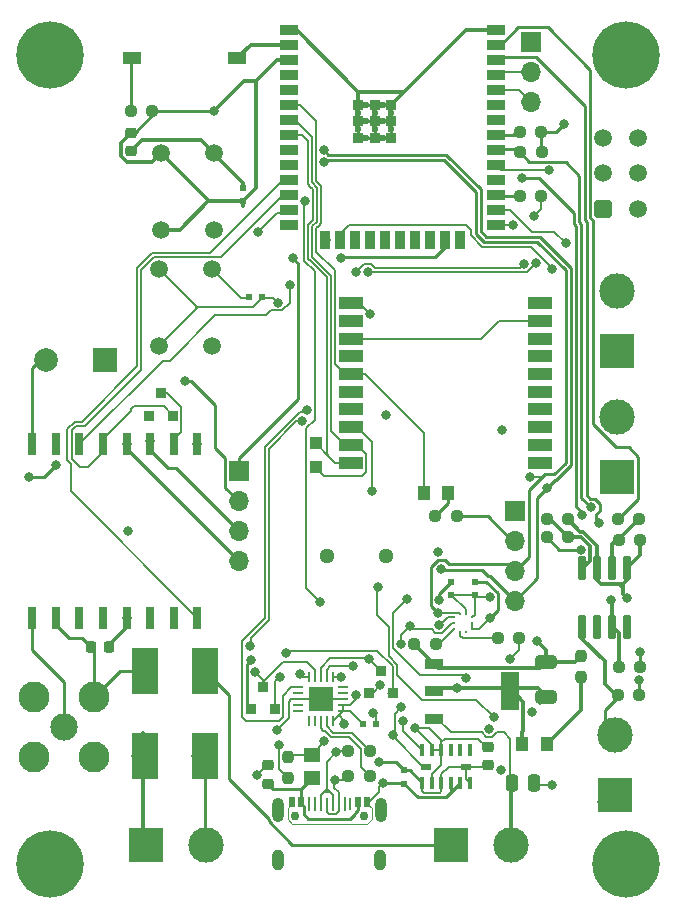
<source format=gbr>
%TF.GenerationSoftware,KiCad,Pcbnew,8.0.5*%
%TF.CreationDate,2025-03-30T22:56:12-04:00*%
%TF.ProjectId,TR3V4,54523356-342e-46b6-9963-61645f706362,rev?*%
%TF.SameCoordinates,Original*%
%TF.FileFunction,Copper,L1,Top*%
%TF.FilePolarity,Positive*%
%FSLAX46Y46*%
G04 Gerber Fmt 4.6, Leading zero omitted, Abs format (unit mm)*
G04 Created by KiCad (PCBNEW 8.0.5) date 2025-03-30 22:56:12*
%MOMM*%
%LPD*%
G01*
G04 APERTURE LIST*
G04 Aperture macros list*
%AMRoundRect*
0 Rectangle with rounded corners*
0 $1 Rounding radius*
0 $2 $3 $4 $5 $6 $7 $8 $9 X,Y pos of 4 corners*
0 Add a 4 corners polygon primitive as box body*
4,1,4,$2,$3,$4,$5,$6,$7,$8,$9,$2,$3,0*
0 Add four circle primitives for the rounded corners*
1,1,$1+$1,$2,$3*
1,1,$1+$1,$4,$5*
1,1,$1+$1,$6,$7*
1,1,$1+$1,$8,$9*
0 Add four rect primitives between the rounded corners*
20,1,$1+$1,$2,$3,$4,$5,0*
20,1,$1+$1,$4,$5,$6,$7,0*
20,1,$1+$1,$6,$7,$8,$9,0*
20,1,$1+$1,$8,$9,$2,$3,0*%
G04 Aperture macros list end*
%TA.AperFunction,ComponentPad*%
%ADD10R,3.000000X3.000000*%
%TD*%
%TA.AperFunction,ComponentPad*%
%ADD11C,3.000000*%
%TD*%
%TA.AperFunction,SMDPad,CuDef*%
%ADD12R,0.812800X0.889000*%
%TD*%
%TA.AperFunction,SMDPad,CuDef*%
%ADD13RoundRect,0.237500X-0.250000X-0.237500X0.250000X-0.237500X0.250000X0.237500X-0.250000X0.237500X0*%
%TD*%
%TA.AperFunction,SMDPad,CuDef*%
%ADD14RoundRect,0.237500X0.250000X0.237500X-0.250000X0.237500X-0.250000X-0.237500X0.250000X-0.237500X0*%
%TD*%
%TA.AperFunction,ComponentPad*%
%ADD15C,5.700000*%
%TD*%
%TA.AperFunction,ComponentPad*%
%ADD16C,1.280000*%
%TD*%
%TA.AperFunction,ComponentPad*%
%ADD17R,1.000000X1.000000*%
%TD*%
%TA.AperFunction,SMDPad,CuDef*%
%ADD18R,0.449200X1.117800*%
%TD*%
%TA.AperFunction,SMDPad,CuDef*%
%ADD19R,0.813000X0.500000*%
%TD*%
%TA.AperFunction,ComponentPad*%
%ADD20O,1.000000X1.800000*%
%TD*%
%TA.AperFunction,ComponentPad*%
%ADD21O,1.000000X2.100000*%
%TD*%
%TA.AperFunction,ComponentPad*%
%ADD22C,0.750000*%
%TD*%
%TA.AperFunction,SMDPad,CuDef*%
%ADD23R,0.542100X0.933100*%
%TD*%
%TA.AperFunction,SMDPad,CuDef*%
%ADD24R,0.584200X0.933100*%
%TD*%
%TA.AperFunction,SMDPad,CuDef*%
%ADD25R,0.252400X1.143000*%
%TD*%
%TA.AperFunction,SMDPad,CuDef*%
%ADD26R,0.252400X1.135700*%
%TD*%
%TA.AperFunction,SMDPad,CuDef*%
%ADD27R,0.252398X1.135700*%
%TD*%
%TA.AperFunction,SMDPad,CuDef*%
%ADD28R,0.252399X1.143000*%
%TD*%
%TA.AperFunction,SMDPad,CuDef*%
%ADD29R,0.252401X1.143000*%
%TD*%
%TA.AperFunction,SMDPad,CuDef*%
%ADD30R,1.549400X0.900800*%
%TD*%
%TA.AperFunction,SMDPad,CuDef*%
%ADD31R,1.549400X3.200400*%
%TD*%
%TA.AperFunction,ComponentPad*%
%ADD32RoundRect,0.250001X0.499999X-0.499999X0.499999X0.499999X-0.499999X0.499999X-0.499999X-0.499999X0*%
%TD*%
%TA.AperFunction,ComponentPad*%
%ADD33C,1.500000*%
%TD*%
%TA.AperFunction,ComponentPad*%
%ADD34R,1.700000X1.700000*%
%TD*%
%TA.AperFunction,ComponentPad*%
%ADD35O,1.700000X1.700000*%
%TD*%
%TA.AperFunction,SMDPad,CuDef*%
%ADD36RoundRect,0.250000X0.250000X0.475000X-0.250000X0.475000X-0.250000X-0.475000X0.250000X-0.475000X0*%
%TD*%
%TA.AperFunction,SMDPad,CuDef*%
%ADD37R,1.500000X0.900000*%
%TD*%
%TA.AperFunction,SMDPad,CuDef*%
%ADD38R,0.900000X1.500000*%
%TD*%
%TA.AperFunction,SMDPad,CuDef*%
%ADD39R,0.900000X0.900000*%
%TD*%
%TA.AperFunction,ComponentPad*%
%ADD40C,0.600000*%
%TD*%
%TA.AperFunction,SMDPad,CuDef*%
%ADD41RoundRect,0.250000X-0.650000X0.325000X-0.650000X-0.325000X0.650000X-0.325000X0.650000X0.325000X0*%
%TD*%
%TA.AperFunction,ComponentPad*%
%ADD42R,2.000000X2.000000*%
%TD*%
%TA.AperFunction,ComponentPad*%
%ADD43C,2.000000*%
%TD*%
%TA.AperFunction,SMDPad,CuDef*%
%ADD44R,0.812800X0.254000*%
%TD*%
%TA.AperFunction,SMDPad,CuDef*%
%ADD45R,0.254000X0.812800*%
%TD*%
%TA.AperFunction,SMDPad,CuDef*%
%ADD46R,2.057400X2.057400*%
%TD*%
%TA.AperFunction,SMDPad,CuDef*%
%ADD47R,0.500000X0.605600*%
%TD*%
%TA.AperFunction,SMDPad,CuDef*%
%ADD48RoundRect,0.237500X0.237500X-0.250000X0.237500X0.250000X-0.237500X0.250000X-0.237500X-0.250000X0*%
%TD*%
%TA.AperFunction,ComponentPad*%
%ADD49C,1.498600*%
%TD*%
%TA.AperFunction,SMDPad,CuDef*%
%ADD50R,1.104900X1.295400*%
%TD*%
%TA.AperFunction,SMDPad,CuDef*%
%ADD51R,0.605600X0.500000*%
%TD*%
%TA.AperFunction,SMDPad,CuDef*%
%ADD52R,2.260600X4.013200*%
%TD*%
%TA.AperFunction,SMDPad,CuDef*%
%ADD53R,0.254000X0.279400*%
%TD*%
%TA.AperFunction,SMDPad,CuDef*%
%ADD54R,0.254000X0.254000*%
%TD*%
%TA.AperFunction,SMDPad,CuDef*%
%ADD55RoundRect,0.225000X0.250000X-0.225000X0.250000X0.225000X-0.250000X0.225000X-0.250000X-0.225000X0*%
%TD*%
%TA.AperFunction,ComponentPad*%
%ADD56C,2.325000*%
%TD*%
%TA.AperFunction,ComponentPad*%
%ADD57C,2.625000*%
%TD*%
%TA.AperFunction,SMDPad,CuDef*%
%ADD58RoundRect,0.042000X-0.258000X0.943000X-0.258000X-0.943000X0.258000X-0.943000X0.258000X0.943000X0*%
%TD*%
%TA.AperFunction,SMDPad,CuDef*%
%ADD59R,2.006600X0.990600*%
%TD*%
%TA.AperFunction,SMDPad,CuDef*%
%ADD60R,1.500000X1.100000*%
%TD*%
%TA.AperFunction,SMDPad,CuDef*%
%ADD61R,1.470000X1.285000*%
%TD*%
%TA.AperFunction,SMDPad,CuDef*%
%ADD62RoundRect,0.225000X-0.250000X0.225000X-0.250000X-0.225000X0.250000X-0.225000X0.250000X0.225000X0*%
%TD*%
%TA.AperFunction,SMDPad,CuDef*%
%ADD63RoundRect,0.225000X-0.225000X-0.250000X0.225000X-0.250000X0.225000X0.250000X-0.225000X0.250000X0*%
%TD*%
%TA.AperFunction,SMDPad,CuDef*%
%ADD64R,0.762000X1.905000*%
%TD*%
%TA.AperFunction,ViaPad*%
%ADD65C,0.800000*%
%TD*%
%TA.AperFunction,Conductor*%
%ADD66C,0.250000*%
%TD*%
%TA.AperFunction,Conductor*%
%ADD67C,0.300387*%
%TD*%
%TA.AperFunction,Conductor*%
%ADD68C,0.150000*%
%TD*%
%TA.AperFunction,Conductor*%
%ADD69C,0.100000*%
%TD*%
G04 APERTURE END LIST*
D10*
%TO.P,J5,1,Pin_1*%
%TO.N,N/C*%
X191008000Y-77216000D03*
D11*
%TO.P,J5,2,Pin_2*%
%TO.N,cam*%
X191008000Y-72136000D03*
%TD*%
D12*
%TO.P,Q7,1,C*%
%TO.N,/SPI_MISO*%
X151375001Y-82661999D03*
%TO.P,Q7,2,B*%
%TO.N,/LORA_CS*%
X153424999Y-82661999D03*
%TO.P,Q7,3,E*%
%TO.N,Net-(Q7-E)*%
X152400000Y-80772000D03*
%TD*%
D13*
%TO.P,R16,1*%
%TO.N,/cont drouge*%
X182798418Y-58622000D03*
%TO.P,R16,2*%
%TO.N,Earth*%
X184623418Y-58622000D03*
%TD*%
D14*
%TO.P,R31,1*%
%TO.N,Net-(U12-SDO)*%
X175662500Y-102000000D03*
%TO.P,R31,2*%
%TO.N,Earth*%
X173837500Y-102000000D03*
%TD*%
D13*
%TO.P,R7,1*%
%TO.N,/DP*%
X168276298Y-113163800D03*
%TO.P,R7,2*%
%TO.N,Net-(U6-USBDP)*%
X170101298Y-113163800D03*
%TD*%
D15*
%TO.P,,1*%
%TO.N,N/C*%
X143000000Y-52130000D03*
%TD*%
D16*
%TO.P,LS1,1*%
%TO.N,Net-(Q1-C)*%
X166450000Y-94500000D03*
%TO.P,LS1,2*%
%TO.N,+7.5V*%
X171450000Y-94500000D03*
%TD*%
D17*
%TO.P,TX2,1,1*%
%TO.N,/gps_tx*%
X165500000Y-87000000D03*
%TD*%
D18*
%TO.P,U4,1,VDD_I/O*%
%TO.N,+3.3V*%
X174549999Y-113741802D03*
%TO.P,U4,2,GND*%
%TO.N,Earth*%
X175350000Y-113741802D03*
%TO.P,U4,3,RESERVED*%
%TO.N,+3.3V*%
X176150001Y-113741802D03*
%TO.P,U4,4,GND*%
%TO.N,Earth*%
X176949999Y-113741802D03*
%TO.P,U4,5,GND*%
X177750000Y-113741802D03*
%TO.P,U4,6,VS*%
%TO.N,+3.3V*%
X178549999Y-113741802D03*
D19*
%TO.P,U4,7,\u002ACS*%
X178268498Y-112370901D03*
D18*
%TO.P,U4,8,INT1*%
%TO.N,unconnected-(U4-INT1-Pad8)*%
X178550001Y-111000000D03*
%TO.P,U4,9,INT2*%
%TO.N,unconnected-(U4-INT2-Pad9)*%
X177750000Y-111000000D03*
%TO.P,U4,10,NC*%
%TO.N,unconnected-(U4-NC-Pad10)*%
X176949999Y-111000000D03*
%TO.P,U4,11,RESERVED*%
%TO.N,Earth*%
X176150001Y-111000000D03*
%TO.P,U4,12,SDO/ALT_ADDRESS*%
X175350000Y-111000000D03*
%TO.P,U4,13,SDA/SDI/SDIO*%
%TO.N,/I2C_SDA*%
X174550001Y-111000000D03*
D19*
%TO.P,U4,14,SCL/SCLK*%
%TO.N,/I2C_SCL*%
X174831502Y-112370901D03*
%TD*%
D20*
%TO.P,J2,13*%
%TO.N,N/C*%
X162359996Y-120250000D03*
%TO.P,J2,14*%
X171000000Y-120250000D03*
D21*
%TO.P,J2,15*%
X162347347Y-116070000D03*
%TO.P,J2,16*%
X171037649Y-116073350D03*
D22*
%TO.P,J2,17*%
X163789998Y-116561600D03*
%TO.P,J2,18*%
X169569998Y-116561600D03*
D23*
%TO.P,J2,A1-B12,GND*%
%TO.N,Earth*%
X163501048Y-115390050D03*
D24*
%TO.P,J2,A4-B9,VBUS*%
%TO.N,/VBUS*%
X164279997Y-115390050D03*
D25*
%TO.P,J2,A5,CC1*%
%TO.N,unconnected-(J2-CC1-PadA5)*%
X165456198Y-115495000D03*
D26*
%TO.P,J2,A6,DP1*%
%TO.N,/DP*%
X166456198Y-115498650D03*
D25*
%TO.P,J2,A7,DN1*%
%TO.N,/DN*%
X166956198Y-115495000D03*
%TO.P,J2,A8,SBU1*%
%TO.N,unconnected-(J2-SBU1-PadA8)*%
X167956198Y-115495000D03*
D23*
%TO.P,J2,B1-A12,GND*%
%TO.N,Earth*%
X169901048Y-115390050D03*
%TO.P,J2,B4-A9,VBUS*%
%TO.N,/VBUS*%
X169101048Y-115390050D03*
D27*
%TO.P,J2,B5,CC2*%
%TO.N,unconnected-(J2-CC2-PadB5)*%
X168456197Y-115498650D03*
D25*
%TO.P,J2,B6,DP2*%
%TO.N,/DP*%
X167456198Y-115495000D03*
D28*
%TO.P,J2,B7,DN2*%
%TO.N,/DN*%
X165956198Y-115495000D03*
D29*
%TO.P,J2,B8,SBU2*%
%TO.N,unconnected-(J2-SBU2-PadB8)*%
X164956199Y-115495000D03*
%TD*%
D30*
%TO.P,U3,1,GND*%
%TO.N,Earth*%
X175538983Y-103700000D03*
%TO.P,U3,2,VOUT*%
%TO.N,+3.3V*%
X175538983Y-106000000D03*
%TO.P,U3,3,VIN*%
%TO.N,+7.5V*%
X175538983Y-108300000D03*
D31*
%TO.P,U3,4,VOUT*%
%TO.N,+3.3V*%
X181990583Y-106000000D03*
%TD*%
D32*
%TO.P,J6,1,Pin_1*%
%TO.N,/SPICLK*%
X189810000Y-65134000D03*
D33*
%TO.P,J6,2,Pin_2*%
%TO.N,/cs_sd*%
X189810000Y-62134000D03*
%TO.P,J6,3,Pin_3*%
%TO.N,/SPI_MISO*%
X189810000Y-59134000D03*
%TO.P,J6,4,Pin_4*%
%TO.N,/SPI_MOSI*%
X192810000Y-65134000D03*
%TO.P,J6,5,Pin_5*%
%TO.N,Earth*%
X192810000Y-62134000D03*
%TO.P,J6,6,Pin_6*%
%TO.N,+3.3V*%
X192810000Y-59134000D03*
%TD*%
D13*
%TO.P,R12,1*%
%TO.N,/Main*%
X191077489Y-91440000D03*
%TO.P,R12,2*%
%TO.N,Net-(Q2-Pad2)*%
X192902489Y-91440000D03*
%TD*%
D15*
%TO.P,,1*%
%TO.N,N/C*%
X191800000Y-120650000D03*
%TD*%
D34*
%TO.P,J3,1,Pin_1*%
%TO.N,Earth*%
X183750000Y-51042000D03*
D35*
%TO.P,J3,2,Pin_2*%
%TO.N,/UART_TX*%
X183750000Y-53582000D03*
%TO.P,J3,3,Pin_3*%
%TO.N,/UART_RX*%
X183750000Y-56122000D03*
%TD*%
D36*
%TO.P,C2,1*%
%TO.N,Earth*%
X184000000Y-113750000D03*
%TO.P,C2,2*%
%TO.N,+7.5V*%
X182100000Y-113750000D03*
%TD*%
D17*
%TO.P,RX2,1,1*%
%TO.N,/gps_rx*%
X165500000Y-85000000D03*
%TD*%
D10*
%TO.P,SW1,1,A*%
%TO.N,Net-(SW1-A)*%
X176990583Y-118970001D03*
D11*
%TO.P,SW1,2,B*%
%TO.N,+7.5V*%
X182070583Y-118970001D03*
%TD*%
D37*
%TO.P,U11,1,GND*%
%TO.N,Earth*%
X163262000Y-50002000D03*
%TO.P,U11,2,3V3*%
%TO.N,+3.3V*%
X163262000Y-51272000D03*
%TO.P,U11,3,EN*%
%TO.N,/reset*%
X163262000Y-52542000D03*
%TO.P,U11,4,SENSOR_VP*%
%TO.N,unconnected-(U11-SENSOR_VP-Pad4)*%
X163262000Y-53812000D03*
%TO.P,U11,5,SENSOR_VN*%
%TO.N,unconnected-(U11-SENSOR_VN-Pad5)*%
X163262000Y-55082000D03*
%TO.P,U11,6,IO34*%
%TO.N,/fix*%
X163262000Y-56352000D03*
%TO.P,U11,7,IO35*%
%TO.N,/gps_tx*%
X163262000Y-57622000D03*
%TO.P,U11,8,IO32*%
%TO.N,/gps_rx*%
X163262000Y-58892000D03*
%TO.P,U11,9,IO33*%
%TO.N,/I2C_SDA*%
X163262000Y-60162000D03*
%TO.P,U11,10,IO25*%
%TO.N,/I2C_SCL*%
X163262000Y-61432000D03*
%TO.P,U11,11,IO26*%
%TO.N,/LORA_Data02*%
X163262000Y-62702000D03*
%TO.P,U11,12,IO27*%
%TO.N,/LORA_CS*%
X163262000Y-63972000D03*
%TO.P,U11,13,IO14*%
%TO.N,/SPICLK*%
X163262000Y-65242000D03*
%TO.P,U11,14,IO12*%
%TO.N,/SPI_MISO*%
X163262000Y-66512000D03*
D38*
%TO.P,U11,15,GND*%
%TO.N,Earth*%
X166297000Y-67762000D03*
%TO.P,U11,16,IO13*%
%TO.N,/SPI_MOSI*%
X167567000Y-67762000D03*
%TO.P,U11,17,NC*%
%TO.N,unconnected-(U11-NC-Pad17)*%
X168837000Y-67762000D03*
%TO.P,U11,18,NC*%
%TO.N,unconnected-(U11-NC-Pad18)*%
X170107000Y-67762000D03*
%TO.P,U11,19,NC*%
%TO.N,unconnected-(U11-NC-Pad19)*%
X171377000Y-67762000D03*
%TO.P,U11,20,NC*%
%TO.N,unconnected-(U11-NC-Pad20)*%
X172647000Y-67762000D03*
%TO.P,U11,21,NC*%
%TO.N,unconnected-(U11-NC-Pad21)*%
X173917000Y-67762000D03*
%TO.P,U11,22,NC*%
%TO.N,unconnected-(U11-NC-Pad22)*%
X175187000Y-67762000D03*
%TO.P,U11,23,IO15*%
%TO.N,/TDO*%
X176457000Y-67762000D03*
%TO.P,U11,24,IO2*%
%TO.N,/LORA_Reset*%
X177727000Y-67762000D03*
D37*
%TO.P,U11,25,IO0*%
%TO.N,/flash*%
X180762000Y-66512000D03*
%TO.P,U11,26,IO4*%
%TO.N,cam*%
X180762000Y-65242000D03*
%TO.P,U11,27,IO16*%
%TO.N,Net-(U11-IO16)*%
X180762000Y-63972000D03*
%TO.P,U11,28,IO17*%
%TO.N,Net-(U11-IO17)*%
X180762000Y-62702000D03*
%TO.P,U11,29,IO5*%
%TO.N,/cs_sd*%
X180762000Y-61432000D03*
%TO.P,U11,30,IO18*%
%TO.N,/cont main*%
X180762000Y-60162000D03*
%TO.P,U11,31,IO19*%
%TO.N,/cont drouge*%
X180762000Y-58892000D03*
%TO.P,U11,32,NC*%
%TO.N,unconnected-(U11-NC-Pad32)*%
X180762000Y-57622000D03*
%TO.P,U11,33,IO21*%
%TO.N,/piezo*%
X180762000Y-56352000D03*
%TO.P,U11,34,RXD0*%
%TO.N,/UART_RX*%
X180762000Y-55082000D03*
%TO.P,U11,35,TXD0*%
%TO.N,/UART_TX*%
X180762000Y-53812000D03*
%TO.P,U11,36,IO22*%
%TO.N,/Drouge*%
X180762000Y-52542000D03*
%TO.P,U11,37,IO23*%
%TO.N,/Main*%
X180762000Y-51272000D03*
%TO.P,U11,38,GND*%
%TO.N,Earth*%
X180762000Y-50002000D03*
D39*
%TO.P,U11,39,GND*%
X169112000Y-56322000D03*
D40*
X169112000Y-57022000D03*
D39*
X169112000Y-57722000D03*
D40*
X169112000Y-58422000D03*
D39*
X169112000Y-59122000D03*
D40*
X169812000Y-56322000D03*
X169812000Y-57722000D03*
X169812000Y-59122000D03*
D39*
X170512000Y-56322000D03*
D40*
X170512000Y-57022000D03*
D39*
X170512000Y-57722000D03*
D40*
X170512000Y-58422000D03*
D39*
X170512000Y-59122000D03*
D40*
X171212000Y-56322000D03*
X171212000Y-57722000D03*
X171212000Y-59122000D03*
D39*
X171912000Y-56322000D03*
D40*
X171912000Y-57022000D03*
D39*
X171912000Y-57722000D03*
D40*
X171912000Y-58422000D03*
D39*
X171912000Y-59122000D03*
%TD*%
D13*
%TO.P,R30,1*%
%TO.N,Net-(U12-CSB)*%
X180925000Y-101500000D03*
%TO.P,R30,2*%
%TO.N,+3.3V*%
X182750000Y-101500000D03*
%TD*%
D41*
%TO.P,C1,1*%
%TO.N,Earth*%
X184990583Y-103495001D03*
%TO.P,C1,2*%
%TO.N,+3.3V*%
X184990583Y-106445001D03*
%TD*%
D12*
%TO.P,Q3,1,C*%
%TO.N,/flash*%
X170000000Y-106139998D03*
%TO.P,Q3,2,B*%
%TO.N,Net-(Q3-B)*%
X172049998Y-106139998D03*
%TO.P,Q3,3,E*%
%TO.N,Net-(Q3-E)*%
X171024999Y-104249999D03*
%TD*%
D42*
%TO.P,C3,1*%
%TO.N,+7.5V*%
X147655677Y-77978000D03*
D43*
%TO.P,C3,2*%
%TO.N,Earth*%
X142655677Y-77978000D03*
%TD*%
D44*
%TO.P,U6,1,RXD*%
%TO.N,/UART_TX*%
X164046499Y-105656099D03*
%TO.P,U6,2,RI#*%
%TO.N,unconnected-(U6-RI#-Pad2)*%
X164046499Y-106156101D03*
%TO.P,U6,3,GND*%
%TO.N,Earth*%
X164046499Y-106656100D03*
%TO.P,U6,4,DSR#*%
%TO.N,unconnected-(U6-DSR#-Pad4)*%
X164046499Y-107156099D03*
%TO.P,U6,5,DCD#*%
%TO.N,unconnected-(U6-DCD#-Pad5)*%
X164046499Y-107656101D03*
D45*
%TO.P,U6,6,CTS#*%
%TO.N,unconnected-(U6-CTS#-Pad6)*%
X164938798Y-108548400D03*
%TO.P,U6,7,CBUS2*%
%TO.N,unconnected-(U6-CBUS2-Pad7)*%
X165438800Y-108548400D03*
%TO.P,U6,8,USBDP*%
%TO.N,Net-(U6-USBDP)*%
X165938799Y-108548400D03*
%TO.P,U6,9,USBDM*%
%TO.N,Net-(U6-USBDM)*%
X166438798Y-108548400D03*
%TO.P,U6,10,3V3OUT*%
%TO.N,/VCC*%
X166938800Y-108548400D03*
D44*
%TO.P,U6,11,RESET#*%
X167831099Y-107656101D03*
%TO.P,U6,12,VCC*%
X167831099Y-107156099D03*
%TO.P,U6,13,GND*%
%TO.N,Earth*%
X167831099Y-106656100D03*
%TO.P,U6,14,CBUS1*%
%TO.N,unconnected-(U6-CBUS1-Pad14)*%
X167831099Y-106156101D03*
%TO.P,U6,15,CBUS0*%
%TO.N,unconnected-(U6-CBUS0-Pad15)*%
X167831099Y-105656099D03*
D45*
%TO.P,U6,16,CBUS3*%
%TO.N,/Detect*%
X166938800Y-104763800D03*
%TO.P,U6,17,TXD*%
%TO.N,/UART_RX*%
X166438798Y-104763800D03*
%TO.P,U6,18,DTR#*%
%TO.N,Net-(Q3-E)*%
X165938799Y-104763800D03*
%TO.P,U6,19,RTS#*%
%TO.N,Net-(Q4-E)*%
X165438800Y-104763800D03*
%TO.P,U6,20,VCCIO*%
%TO.N,/VCC*%
X164938798Y-104763800D03*
D46*
%TO.P,U6,21,GND*%
%TO.N,Earth*%
X165938799Y-106656100D03*
%TD*%
D47*
%TO.P,C7,1*%
%TO.N,Earth*%
X173000000Y-113802800D03*
%TO.P,C7,2*%
%TO.N,+3.3V*%
X173000000Y-112697200D03*
%TD*%
D48*
%TO.P,R1,1*%
%TO.N,Net-(D1-K)*%
X187989989Y-104794407D03*
%TO.P,R1,2*%
%TO.N,Earth*%
X187989989Y-102969407D03*
%TD*%
D13*
%TO.P,R22,1*%
%TO.N,/cont main*%
X182816418Y-60372000D03*
%TO.P,R22,2*%
%TO.N,Earth*%
X184641418Y-60372000D03*
%TD*%
D12*
%TO.P,Q4,1,C*%
%TO.N,/reset*%
X160000000Y-107500000D03*
%TO.P,Q4,2,B*%
%TO.N,Net-(Q4-B)*%
X162049998Y-107500000D03*
%TO.P,Q4,3,E*%
%TO.N,Net-(Q4-E)*%
X161024999Y-105610001D03*
%TD*%
D49*
%TO.P,SW4,3*%
%TO.N,/reset*%
X152390417Y-60412000D03*
%TO.P,SW4,2,2*%
%TO.N,Earth*%
X156890418Y-66912002D03*
%TO.P,SW4,1,1*%
X156890418Y-60412000D03*
%TO.P,SW4,*%
%TO.N,/reset*%
X152390417Y-66912002D03*
%TD*%
D34*
%TO.P,J7,1,Pin_1*%
%TO.N,/TDO*%
X159004000Y-87376000D03*
D35*
%TO.P,J7,2,Pin_2*%
%TO.N,/SPI_MISO*%
X159004000Y-89916000D03*
%TO.P,J7,3,Pin_3*%
%TO.N,/SPI_MOSI*%
X159004000Y-92456000D03*
%TO.P,J7,4,Pin_4*%
%TO.N,/SPICLK*%
X159004000Y-94996000D03*
%TD*%
D50*
%TO.P,D2,1,K*%
%TO.N,Net-(D2-K)*%
X176750000Y-89200000D03*
%TO.P,D2,2,A*%
%TO.N,/fix*%
X174654500Y-89200000D03*
%TD*%
D13*
%TO.P,R15,1*%
%TO.N,Net-(J4-Pin_2)*%
X191088000Y-106273600D03*
%TO.P,R15,2*%
%TO.N,/cont drouge*%
X192913000Y-106273600D03*
%TD*%
%TO.P,R21,1*%
%TO.N,Net-(U11-IO16)*%
X182798418Y-64062000D03*
%TO.P,R21,2*%
%TO.N,+3.3V*%
X184623418Y-64062000D03*
%TD*%
D51*
%TO.P,C13,1*%
%TO.N,/VCC*%
X169494400Y-108763800D03*
%TO.P,C13,2*%
%TO.N,Earth*%
X170600000Y-108763800D03*
%TD*%
D52*
%TO.P,BR1,1,1*%
%TO.N,Net-(SW1-A)*%
X156170000Y-104311800D03*
%TO.P,BR1,2,2*%
%TO.N,Net-(J1-Pin_2)*%
X156170000Y-111500000D03*
%TO.P,BR1,3,3*%
%TO.N,Net-(J1-Pin_1)*%
X151064600Y-111500000D03*
%TO.P,BR1,4,4*%
%TO.N,Earth*%
X151064600Y-104311800D03*
%TD*%
D51*
%TO.P,C5,1*%
%TO.N,Earth*%
X159847200Y-72644000D03*
%TO.P,C5,2*%
%TO.N,/flash*%
X160952800Y-72644000D03*
%TD*%
D13*
%TO.P,R8,1*%
%TO.N,/DN*%
X168263798Y-111038800D03*
%TO.P,R8,2*%
%TO.N,Net-(U6-USBDM)*%
X170088798Y-111038800D03*
%TD*%
D53*
%TO.P,U12,1,VDDIO*%
%TO.N,+3.3V*%
X178249999Y-99466698D03*
%TO.P,U12,2,SCK*%
%TO.N,/I2C_SCL*%
X177749999Y-99466698D03*
D54*
%TO.P,U12,3,VSS*%
%TO.N,Earth*%
X177226998Y-99727000D03*
%TO.P,U12,4,SDI*%
%TO.N,/I2C_SDA*%
X177226998Y-100226999D03*
%TO.P,U12,5,SDO*%
%TO.N,Net-(U12-SDO)*%
X177226998Y-100726998D03*
D53*
%TO.P,U12,6,CSB*%
%TO.N,Net-(U12-CSB)*%
X177749999Y-100987300D03*
%TO.P,U12,7,INT*%
%TO.N,unconnected-(U12-INT-Pad7)*%
X178249999Y-100987300D03*
D54*
%TO.P,U12,8,VSS*%
%TO.N,Earth*%
X178773000Y-100726998D03*
%TO.P,U12,9,VSS*%
X178773000Y-100226999D03*
%TO.P,U12,10,VDD*%
%TO.N,+3.3V*%
X178773000Y-99727000D03*
%TD*%
D15*
%TO.P,,1*%
%TO.N,N/C*%
X143000000Y-120650000D03*
%TD*%
D55*
%TO.P,C21,1*%
%TO.N,Earth*%
X149890418Y-60237000D03*
%TO.P,C21,2*%
%TO.N,/reset*%
X149890418Y-58687000D03*
%TD*%
D56*
%TO.P,AE1,1*%
%TO.N,Net-(U7-ANT)*%
X144210000Y-109021800D03*
D57*
%TO.P,AE1,G1*%
%TO.N,Earth*%
X141670000Y-106481800D03*
%TO.P,AE1,G2*%
X146750000Y-106481800D03*
%TO.P,AE1,G3*%
X141670000Y-111561800D03*
%TO.P,AE1,G4*%
X146750000Y-111561800D03*
%TD*%
D58*
%TO.P,Q2,1*%
%TO.N,Earth*%
X191894989Y-95589407D03*
%TO.P,Q2,2*%
%TO.N,Net-(Q2-Pad2)*%
X190624989Y-95589407D03*
%TO.P,Q2,3*%
%TO.N,Earth*%
X189354989Y-95589407D03*
%TO.P,Q2,4*%
%TO.N,Net-(Q2-Pad4)*%
X188084989Y-95589407D03*
%TO.P,Q2,5*%
%TO.N,Net-(J4-Pin_2)*%
X188084989Y-100539407D03*
%TO.P,Q2,6*%
%TO.N,N/C*%
X189354989Y-100539407D03*
%TO.P,Q2,7*%
%TO.N,Net-(J5-Pin_2)*%
X190624989Y-100539407D03*
%TO.P,Q2,8*%
%TO.N,N/C*%
X191894989Y-100539407D03*
%TD*%
D55*
%TO.P,C12,1*%
%TO.N,/VBUS*%
X161438798Y-113813800D03*
%TO.P,C12,2*%
%TO.N,Earth*%
X161438798Y-112263800D03*
%TD*%
D59*
%TO.P,U2,1,VCC*%
%TO.N,+3.3V*%
X168512000Y-73122000D03*
%TO.P,U2,2,NRESET*%
%TO.N,unconnected-(U2-NRESET-Pad2)*%
X168512000Y-74623140D03*
%TO.P,U2,3,GND*%
%TO.N,Earth*%
X168512000Y-76124280D03*
%TO.P,U2,4,VBACKUP*%
%TO.N,Net-(BT1-+)*%
X168512000Y-77625420D03*
%TO.P,U2,5,3D-FIX*%
%TO.N,/fix*%
X168512000Y-79126560D03*
%TO.P,U2,6,NC*%
%TO.N,unconnected-(U2-NC-Pad6)*%
X168512000Y-80627700D03*
%TO.P,U2,7,NC*%
%TO.N,unconnected-(U2-NC-Pad7)*%
X168512000Y-82128840D03*
%TO.P,U2,8,GND*%
%TO.N,Earth*%
X168512000Y-83629980D03*
%TO.P,U2,9,TX0*%
%TO.N,/gps_tx*%
X168512000Y-85131120D03*
%TO.P,U2,10,RX0*%
%TO.N,/gps_rx*%
X168512000Y-86632260D03*
%TO.P,U2,11,EX_ANT*%
%TO.N,unconnected-(U2-EX_ANT-Pad11)*%
X184514000Y-86632260D03*
%TO.P,U2,12,GND*%
%TO.N,Earth*%
X184514000Y-85131120D03*
%TO.P,U2,13,1PPS*%
%TO.N,unconnected-(U2-1PPS-Pad13)*%
X184514000Y-83629980D03*
%TO.P,U2,14,RX1(I2C_SCL)*%
%TO.N,unconnected-(U2-RX1(I2C_SCL)-Pad14)*%
X184514000Y-82128840D03*
%TO.P,U2,15,TX1(I2C_SDA)*%
%TO.N,unconnected-(U2-TX1(I2C_SDA)-Pad15)*%
X184514000Y-80627700D03*
%TO.P,U2,16,NC*%
%TO.N,unconnected-(U2-NC-Pad16)*%
X184514000Y-79126560D03*
%TO.P,U2,17,NC*%
%TO.N,unconnected-(U2-NC-Pad17)*%
X184514000Y-77625420D03*
%TO.P,U2,18,NC*%
%TO.N,unconnected-(U2-NC-Pad18)*%
X184514000Y-76124280D03*
%TO.P,U2,19,GND*%
%TO.N,Earth*%
X184514000Y-74623140D03*
%TO.P,U2,20,NC*%
%TO.N,unconnected-(U2-NC-Pad20)*%
X184514000Y-73122000D03*
%TD*%
D60*
%TO.P,SW5,*%
%TO.N,+3.3V*%
X158870667Y-52412000D03*
%TO.N,Net-(R19-Pad1)*%
X149970667Y-52412000D03*
%TD*%
D13*
%TO.P,R11,1*%
%TO.N,/Drouge*%
X185077489Y-92969407D03*
%TO.P,R11,2*%
%TO.N,Net-(Q2-Pad4)*%
X186902489Y-92969407D03*
%TD*%
D47*
%TO.P,C23,1*%
%TO.N,Earth*%
X177000000Y-96697200D03*
%TO.P,C23,2*%
%TO.N,+3.3V*%
X177000000Y-97802800D03*
%TD*%
D61*
%TO.P,FB1,1*%
%TO.N,/VBUS*%
X165188798Y-113336800D03*
%TO.P,FB1,2*%
%TO.N,/VCC*%
X165188798Y-111390800D03*
%TD*%
D10*
%TO.P,J4,1,Pin_1*%
%TO.N,+7.5V*%
X190881000Y-114808000D03*
D11*
%TO.P,J4,2,Pin_2*%
%TO.N,Net-(J4-Pin_2)*%
X190881000Y-109728000D03*
%TD*%
D47*
%TO.P,C24,1*%
%TO.N,+3.3V*%
X179000000Y-97802800D03*
%TO.P,C24,2*%
%TO.N,Earth*%
X179000000Y-96697200D03*
%TD*%
D62*
%TO.P,C6,1*%
%TO.N,Earth*%
X180086000Y-110725000D03*
%TO.P,C6,2*%
%TO.N,+3.3V*%
X180086000Y-112275000D03*
%TD*%
D50*
%TO.P,D1,1,K*%
%TO.N,Net-(D1-K)*%
X185085489Y-110469407D03*
%TO.P,D1,2,A*%
%TO.N,+3.3V*%
X182989989Y-110469407D03*
%TD*%
D48*
%TO.P,R10,1*%
%TO.N,Net-(Q5-B)*%
X163188798Y-113338800D03*
%TO.P,R10,2*%
%TO.N,/VCC*%
X163188798Y-111513800D03*
%TD*%
D13*
%TO.P,R2,1*%
%TO.N,Net-(D2-K)*%
X175617500Y-91186000D03*
%TO.P,R2,2*%
%TO.N,Earth*%
X177442500Y-91186000D03*
%TD*%
D14*
%TO.P,R13,1*%
%TO.N,Earth*%
X186902489Y-91440000D03*
%TO.P,R13,2*%
%TO.N,Net-(Q2-Pad4)*%
X185077489Y-91440000D03*
%TD*%
D10*
%TO.P,J1,1,Pin_1*%
%TO.N,Net-(J1-Pin_1)*%
X151170000Y-119000000D03*
D11*
%TO.P,J1,2,Pin_2*%
%TO.N,Net-(J1-Pin_2)*%
X156250000Y-119000000D03*
%TD*%
D63*
%TO.P,C4,1*%
%TO.N,Earth*%
X146475000Y-102250000D03*
%TO.P,C4,2*%
%TO.N,+3.3V*%
X148025000Y-102250000D03*
%TD*%
D15*
%TO.P,,1*%
%TO.N,N/C*%
X191800000Y-52130000D03*
%TD*%
D13*
%TO.P,R17,1*%
%TO.N,Net-(J5-Pin_2)*%
X191164989Y-103969407D03*
%TO.P,R17,2*%
%TO.N,/cont main*%
X192989989Y-103969407D03*
%TD*%
%TO.P,R19,1*%
%TO.N,Net-(R19-Pad1)*%
X149860000Y-56896000D03*
%TO.P,R19,2*%
%TO.N,/reset*%
X151685000Y-56896000D03*
%TD*%
D47*
%TO.P,C22,1*%
%TO.N,Earth*%
X159370667Y-63359200D03*
%TO.P,C22,2*%
%TO.N,/reset*%
X159370667Y-64464800D03*
%TD*%
D49*
%TO.P,SW2,1,1*%
%TO.N,Earth*%
X156750000Y-70250000D03*
%TO.P,SW2,2,2*%
X156750000Y-76750002D03*
%TO.P,SW2,*%
%TO.N,/flash*%
X152249999Y-70250000D03*
%TO.P,SW2,4*%
X152249999Y-76750002D03*
%TD*%
D14*
%TO.P,R14,1*%
%TO.N,Earth*%
X192989989Y-93218000D03*
%TO.P,R14,2*%
%TO.N,Net-(Q2-Pad2)*%
X191164989Y-93218000D03*
%TD*%
D34*
%TO.P,J8,1,Pin_1*%
%TO.N,+3.3V*%
X182372000Y-90688000D03*
D35*
%TO.P,J8,2,Pin_2*%
%TO.N,Earth*%
X182372000Y-93228000D03*
%TO.P,J8,3,Pin_3*%
%TO.N,/I2C_SCL*%
X182372000Y-95768000D03*
%TO.P,J8,4,Pin_4*%
%TO.N,/I2C_SDA*%
X182372000Y-98308000D03*
%TD*%
D64*
%TO.P,U7,1,GND*%
%TO.N,Earth*%
X155500000Y-85061800D03*
%TO.P,U7,2,MISO*%
%TO.N,Net-(Q7-E)*%
X153500001Y-85061800D03*
%TO.P,U7,3,MOSI*%
%TO.N,/SPI_MOSI*%
X151500000Y-85061800D03*
%TO.P,U7,4,SCK*%
%TO.N,/SPICLK*%
X149500002Y-85061800D03*
%TO.P,U7,5,NSS*%
%TO.N,/LORA_CS*%
X147500000Y-85061800D03*
%TO.P,U7,6,RESET*%
%TO.N,/LORA_Reset*%
X145500002Y-85061800D03*
%TO.P,U7,7,DIO5*%
%TO.N,unconnected-(U7-DIO5-Pad7)*%
X143500001Y-85061800D03*
%TO.P,U7,8,GND*%
%TO.N,Earth*%
X141500000Y-85061800D03*
%TO.P,U7,9,ANT*%
%TO.N,Net-(U7-ANT)*%
X141500002Y-99768400D03*
%TO.P,U7,10,GND*%
%TO.N,Earth*%
X143500001Y-99768400D03*
%TO.P,U7,11,DIO3*%
%TO.N,unconnected-(U7-DIO3-Pad11)*%
X145500002Y-99768400D03*
%TO.P,U7,12,DIO4*%
%TO.N,unconnected-(U7-DIO4-Pad12)*%
X147500000Y-99768400D03*
%TO.P,U7,13,3.3V*%
%TO.N,+3.3V*%
X149500002Y-99768400D03*
%TO.P,U7,14,DIO0*%
%TO.N,unconnected-(U7-DIO0-Pad14)*%
X151500000Y-99768400D03*
%TO.P,U7,15,DIO1*%
%TO.N,unconnected-(U7-DIO1-Pad15)*%
X153500001Y-99768400D03*
%TO.P,U7,16,DIO02*%
%TO.N,/LORA_Data02*%
X155500002Y-99768400D03*
%TD*%
D10*
%TO.P,J5,1,Pin_1*%
%TO.N,+7.5V*%
X191000000Y-87884000D03*
D11*
%TO.P,J5,2,Pin_2*%
%TO.N,Net-(J5-Pin_2)*%
X191000000Y-82804000D03*
%TD*%
D65*
%TO.N,cam*%
X186690000Y-68072000D03*
%TO.N,/SPI_MOSI*%
X151500000Y-84836000D03*
%TO.N,/SPI_MISO*%
X154432000Y-79756000D03*
%TO.N,/SPICLK*%
X149500002Y-85061800D03*
%TO.N,/SPI_MISO*%
X151375001Y-82661999D03*
%TO.N,Net-(U11-IO17)*%
X180594000Y-62738000D03*
X164604274Y-64517989D03*
X165862000Y-98425000D03*
%TO.N,+3.3V*%
X181279200Y-83848800D03*
%TO.N,/I2C_SDA*%
X185068814Y-88802814D03*
%TO.N,/I2C_SCL*%
X183642000Y-87884000D03*
%TO.N,+1V8*%
X178250000Y-104902000D03*
%TO.N,/I2C Int*%
X180594000Y-108204000D03*
%TO.N,+1V8*%
X173228000Y-98194500D03*
%TO.N,/I2C Int*%
X170812000Y-97155000D03*
%TO.N,Earth*%
X166370000Y-67818000D03*
%TO.N,/UART_TX*%
X164752674Y-82200993D03*
%TO.N,/UART_RX*%
X164329021Y-83125573D03*
%TO.N,Earth*%
X173900000Y-109100000D03*
X184514000Y-85131120D03*
X170400000Y-107800000D03*
X160527379Y-113093721D03*
X191875000Y-98125000D03*
X162250000Y-109250000D03*
X175921486Y-100373919D03*
X184514000Y-74623140D03*
X155500000Y-85061800D03*
X175977298Y-98227298D03*
X180302800Y-99802800D03*
X170250000Y-89000000D03*
X186500000Y-58000000D03*
X184250000Y-101750000D03*
X171250000Y-113750000D03*
X180200200Y-109154795D03*
X185554596Y-113954595D03*
X183855485Y-107750000D03*
X149606000Y-92456000D03*
X181219676Y-112697991D03*
%TO.N,/DN*%
X167250000Y-111163800D03*
%TO.N,Net-(Q5-B)*%
X162438798Y-110513800D03*
%TO.N,/I2C_SCL*%
X172775000Y-107300000D03*
X175875000Y-99375000D03*
X163262000Y-61432000D03*
X172025938Y-109700000D03*
X166221000Y-61214000D03*
%TO.N,/I2C_SDA*%
X163262000Y-60162000D03*
X172887500Y-108512500D03*
X176137653Y-95637653D03*
X172750000Y-102012683D03*
X166221000Y-60198000D03*
X173500000Y-100500000D03*
%TO.N,/SPICLK*%
X184152745Y-69740949D03*
X160602298Y-67102298D03*
X169926000Y-70475100D03*
%TO.N,/SPI_MISO*%
X168926359Y-70501980D03*
X163262000Y-66512000D03*
X183154494Y-69800100D03*
%TO.N,Net-(BT1-+)*%
X168512000Y-77625420D03*
X143510000Y-86868000D03*
X141224000Y-87884000D03*
%TO.N,/UART_RX*%
X168708191Y-103874002D03*
X159949145Y-102145755D03*
%TO.N,/SPI_MOSI*%
X185525000Y-70250000D03*
X167567000Y-67762000D03*
%TO.N,+3.3V*%
X170900000Y-112000000D03*
X175837514Y-94187653D03*
X170108484Y-74037652D03*
X158870667Y-52412000D03*
X182000000Y-103250000D03*
X180250000Y-98000000D03*
X171469500Y-82621000D03*
X177500000Y-105750000D03*
X184000000Y-65750000D03*
X149500002Y-99768400D03*
%TO.N,/cs_sd*%
X185300000Y-61897000D03*
%TO.N,/DP*%
X167188798Y-113513800D03*
%TO.N,/TDO*%
X167640000Y-69342000D03*
X163576000Y-69342000D03*
%TO.N,/flash*%
X171000000Y-105500000D03*
X182250000Y-66500000D03*
X162297000Y-73075000D03*
%TO.N,Net-(J5-Pin_2)*%
X190485582Y-98250000D03*
%TO.N,Net-(Q3-B)*%
X163000000Y-102750000D03*
%TO.N,/VCC*%
X167938798Y-108763800D03*
X168938798Y-106263800D03*
X166258997Y-110241002D03*
X164188798Y-104513800D03*
%TO.N,/piezo*%
X180762000Y-56352000D03*
%TO.N,/Drouge*%
X187939476Y-94004408D03*
X189539990Y-91750000D03*
%TO.N,/cont drouge*%
X192862200Y-105044407D03*
X183000000Y-62572000D03*
X180762000Y-58892000D03*
X188089990Y-91095975D03*
%TO.N,/cont main*%
X192960582Y-102700000D03*
X188828860Y-90422124D03*
%TO.N,/LORA_Reset*%
X163322000Y-71628000D03*
X177727000Y-67762000D03*
%TO.N,Net-(Q3-E)*%
X170012500Y-103237500D03*
%TO.N,/Detect*%
X167688798Y-104763800D03*
%TO.N,Net-(Q4-B)*%
X162453278Y-104751317D03*
%TO.N,/reset*%
X160000000Y-103378000D03*
X156913000Y-56837000D03*
%TO.N,Net-(Q4-E)*%
X160399145Y-104394000D03*
%TD*%
D66*
%TO.N,/Main*%
X191077489Y-91440000D02*
X192825000Y-89692489D01*
X192825000Y-89692489D02*
X192825000Y-86145000D01*
X188735000Y-65879100D02*
X188735000Y-53353000D01*
X192024000Y-85344000D02*
X190959060Y-85344000D01*
X192825000Y-86145000D02*
X192024000Y-85344000D01*
X188976000Y-66120100D02*
X188735000Y-65879100D01*
X188976000Y-83360940D02*
X188976000Y-66120100D01*
X181170000Y-51272000D02*
X180762000Y-51272000D01*
X188735000Y-53353000D02*
X185166000Y-49784000D01*
X190959060Y-85344000D02*
X188976000Y-83360940D01*
X185166000Y-49784000D02*
X182658000Y-49784000D01*
X182658000Y-49784000D02*
X181170000Y-51272000D01*
%TO.N,/Drouge*%
X189539990Y-91750000D02*
X189287144Y-91497154D01*
X189287144Y-90989144D02*
X189553860Y-90722429D01*
X188757124Y-89697124D02*
X188468000Y-89408000D01*
X184159401Y-52329700D02*
X180974300Y-52329700D01*
X188285000Y-66065496D02*
X188285000Y-56455299D01*
X189553860Y-90722429D02*
X189553860Y-90121819D01*
X180974300Y-52329700D02*
X180762000Y-52542000D01*
X189553860Y-90121819D02*
X189129165Y-89697124D01*
X189129165Y-89697124D02*
X188757124Y-89697124D01*
X188285000Y-56455299D02*
X184159401Y-52329700D01*
X188468000Y-89408000D02*
X188468000Y-66248496D01*
X189287144Y-91497154D02*
X189287144Y-90989144D01*
X188468000Y-66248496D02*
X188285000Y-66065496D01*
D67*
%TO.N,Earth*%
X189354989Y-95589407D02*
X189354989Y-93651335D01*
X189354989Y-93651335D02*
X188172674Y-92469020D01*
X188172674Y-92469020D02*
X187931509Y-92469020D01*
X187931509Y-92469020D02*
X186902489Y-91440000D01*
%TO.N,Net-(Q2-Pad2)*%
X191164989Y-92969407D02*
X191373082Y-92969407D01*
X191373082Y-92969407D02*
X192902489Y-91440000D01*
D68*
%TO.N,cam*%
X186690000Y-68072000D02*
X185718000Y-67100000D01*
X185718000Y-67100000D02*
X183804595Y-67100000D01*
X181946595Y-65242000D02*
X180762000Y-65242000D01*
X183804595Y-67100000D02*
X181946595Y-65242000D01*
D66*
%TO.N,/I2C_SCL*%
X166435000Y-61000000D02*
X176363604Y-61000000D01*
X179050000Y-63686396D02*
X179050000Y-67235000D01*
X176363604Y-61000000D02*
X179050000Y-63686396D01*
X166221000Y-61214000D02*
X166435000Y-61000000D01*
X179765000Y-67950000D02*
X184282000Y-67950000D01*
X179050000Y-67235000D02*
X179765000Y-67950000D01*
X184282000Y-67950000D02*
X186668000Y-70336000D01*
X186668000Y-70336000D02*
X186668000Y-86626860D01*
X185669430Y-87625430D02*
X184912000Y-87625430D01*
X186668000Y-86626860D02*
X185669430Y-87625430D01*
%TO.N,/I2C_SDA*%
X185068814Y-88802814D02*
X185796198Y-88075430D01*
X185796198Y-88075430D02*
X185855826Y-88075430D01*
X187118000Y-86813256D02*
X187118000Y-70149604D01*
X187118000Y-70149604D02*
X184468396Y-67500000D01*
X185855826Y-88075430D02*
X187118000Y-86813256D01*
X179500000Y-67048604D02*
X179500000Y-63500000D01*
X184468396Y-67500000D02*
X179951396Y-67500000D01*
X179500000Y-63500000D02*
X176550000Y-60550000D01*
X179951396Y-67500000D02*
X179500000Y-67048604D01*
X176550000Y-60550000D02*
X166573000Y-60550000D01*
X166573000Y-60550000D02*
X166221000Y-60198000D01*
%TO.N,/cont drouge*%
X183000000Y-62572000D02*
X184422994Y-62572000D01*
X184422994Y-62572000D02*
X187385000Y-65534006D01*
X187385000Y-66438288D02*
X187568000Y-66621288D01*
X187568000Y-90345342D02*
X188089990Y-90867332D01*
X187385000Y-65534006D02*
X187385000Y-66438288D01*
X187568000Y-66621288D02*
X187568000Y-90345342D01*
X188089990Y-90867332D02*
X188089990Y-91095975D01*
%TO.N,/cont main*%
X188018000Y-89611264D02*
X188018000Y-66434892D01*
X188018000Y-66434892D02*
X187835000Y-66251892D01*
X186672000Y-61172000D02*
X183616418Y-61172000D01*
X187835000Y-66251892D02*
X187835000Y-62335000D01*
X187835000Y-62335000D02*
X186672000Y-61172000D01*
X188828860Y-90422124D02*
X188018000Y-89611264D01*
X183616418Y-61172000D02*
X182816418Y-60372000D01*
D68*
%TO.N,Earth*%
X184514000Y-74623140D02*
X181000420Y-74623140D01*
X181000420Y-74623140D02*
X179499280Y-76124280D01*
X179499280Y-76124280D02*
X168512000Y-76124280D01*
%TO.N,/I2C_SCL*%
X183642000Y-87884000D02*
X184653430Y-87884000D01*
X184653430Y-87884000D02*
X184912000Y-87625430D01*
D67*
%TO.N,+3.3V*%
X160010667Y-51272000D02*
X163262000Y-51272000D01*
X158870667Y-52412000D02*
X160010667Y-51272000D01*
D68*
%TO.N,/SPI_MOSI*%
X185525000Y-70250000D02*
X185525000Y-70158609D01*
X178263000Y-66548000D02*
X168301000Y-66548000D01*
X179599314Y-68350000D02*
X178650000Y-67400686D01*
X185525000Y-70158609D02*
X183716391Y-68350000D01*
X183716391Y-68350000D02*
X179599314Y-68350000D01*
X178650000Y-67400686D02*
X178650000Y-66935000D01*
X178650000Y-66935000D02*
X178263000Y-66548000D01*
X168301000Y-66548000D02*
X167567000Y-67282000D01*
X167567000Y-67282000D02*
X167567000Y-67762000D01*
D66*
%TO.N,/I2C_SCL*%
X183547000Y-88990430D02*
X183547000Y-94593000D01*
X184912000Y-87625430D02*
X183547000Y-88990430D01*
X183547000Y-94593000D02*
X182372000Y-95768000D01*
D68*
%TO.N,/fix*%
X168512000Y-79126560D02*
X168004000Y-79126560D01*
X167137000Y-70352000D02*
X165572000Y-68787000D01*
X168004000Y-79126560D02*
X167137000Y-78259560D01*
X167137000Y-78259560D02*
X167137000Y-70352000D01*
X165572000Y-68787000D02*
X165572000Y-66772999D01*
X165572000Y-66772999D02*
X165774249Y-66570751D01*
X165774249Y-66570751D02*
X165979274Y-66365726D01*
X165979274Y-66365726D02*
X165979274Y-63196730D01*
X165979274Y-63196730D02*
X165546000Y-62763456D01*
X165546000Y-62763456D02*
X165546000Y-57736000D01*
X165546000Y-57736000D02*
X164162000Y-56352000D01*
X164162000Y-56352000D02*
X163262000Y-56352000D01*
%TO.N,/gps_rx*%
X166750000Y-86250000D02*
X166437000Y-85937000D01*
X165051025Y-63258430D02*
X164846000Y-63053405D01*
X166437000Y-85937000D02*
X166437000Y-70937000D01*
X166437000Y-70937000D02*
X165077025Y-69577026D01*
X164359000Y-58892000D02*
X163262000Y-58892000D01*
X165051026Y-63258430D02*
X165051025Y-63258430D01*
X164872000Y-69372001D02*
X164872000Y-66483050D01*
X164872000Y-66483050D02*
X165279274Y-66075776D01*
X164846000Y-63053405D02*
X164846000Y-59379000D01*
X165077025Y-69577026D02*
X164872000Y-69372001D01*
X165279274Y-63486678D02*
X165051026Y-63258430D01*
X165279274Y-66075776D02*
X165279274Y-63486678D01*
X164846000Y-59379000D02*
X164359000Y-58892000D01*
%TO.N,/gps_tx*%
X168512000Y-85131120D02*
X167964540Y-85131120D01*
X167964540Y-85131120D02*
X166787000Y-83953580D01*
X166787000Y-70792026D02*
X165222000Y-69227026D01*
X165222000Y-69227026D02*
X165222000Y-66628025D01*
X165196000Y-59076000D02*
X163742000Y-57622000D01*
X166787000Y-83953580D02*
X166787000Y-70792026D01*
X165196000Y-62908430D02*
X165196000Y-59076000D01*
X165222000Y-66628025D02*
X165629274Y-66220751D01*
X165629274Y-66220751D02*
X165629274Y-63341704D01*
X165629274Y-63341704D02*
X165196000Y-62908430D01*
X163742000Y-57622000D02*
X163262000Y-57622000D01*
%TO.N,Net-(U11-IO17)*%
X164604274Y-64517989D02*
X164522000Y-64600263D01*
X165427674Y-82981515D02*
X164725000Y-83684189D01*
X164522000Y-64600263D02*
X164522000Y-69526000D01*
X164725000Y-83684189D02*
X164725000Y-97288000D01*
X164522000Y-69526000D02*
X165427674Y-70431674D01*
X165427674Y-70431674D02*
X165427674Y-82981515D01*
X164725000Y-97288000D02*
X165862000Y-98425000D01*
D66*
%TO.N,Net-(BT1-+)*%
X141224000Y-87884000D02*
X142494000Y-87884000D01*
X142494000Y-87884000D02*
X143510000Y-86868000D01*
%TO.N,/SPI_MISO*%
X159004000Y-89916000D02*
X157829000Y-88741000D01*
X157829000Y-86274305D02*
X156972000Y-85417305D01*
X156972000Y-85417305D02*
X156972000Y-81788000D01*
X157829000Y-88741000D02*
X157829000Y-86274305D01*
X154940000Y-79756000D02*
X154432000Y-79756000D01*
X156972000Y-81788000D02*
X154940000Y-79756000D01*
D68*
%TO.N,/LORA_CS*%
X147500000Y-85061800D02*
X147500000Y-84656000D01*
X147500000Y-84656000D02*
X149885595Y-82270405D01*
X149885595Y-82270405D02*
X149885595Y-82129000D01*
X152638000Y-81875000D02*
X153424999Y-82661999D01*
X149885595Y-82129000D02*
X150139595Y-81875000D01*
X150139595Y-81875000D02*
X152638000Y-81875000D01*
%TO.N,Net-(Q4-E)*%
X160399145Y-104394000D02*
X161024999Y-105019854D01*
X161024999Y-105019854D02*
X161024999Y-105610001D01*
%TO.N,/I2C Int*%
X171704000Y-103033126D02*
X172399998Y-103729124D01*
X170688000Y-97279000D02*
X170688000Y-99568000D01*
X170688000Y-99568000D02*
X171704000Y-100584000D01*
X170812000Y-97155000D02*
X170688000Y-97279000D01*
X171704000Y-100584000D02*
X171704000Y-103033126D01*
X174543400Y-106725400D02*
X179115400Y-106725400D01*
X172399998Y-103729124D02*
X172399998Y-104581998D01*
X172399998Y-104581998D02*
X174543400Y-106725400D01*
X179115400Y-106725400D02*
X180594000Y-108204000D01*
D66*
%TO.N,/SPI_MOSI*%
X151500000Y-84836000D02*
X151500000Y-84490300D01*
X151500000Y-85061800D02*
X151500000Y-84444000D01*
X159004000Y-92456000D02*
X153670000Y-87122000D01*
X153670000Y-87122000D02*
X153035000Y-87122000D01*
X153035000Y-87122000D02*
X151500000Y-85587000D01*
X151500000Y-85587000D02*
X151500000Y-85061800D01*
D68*
%TO.N,Net-(Q7-E)*%
X152400000Y-80772000D02*
X152956400Y-80772000D01*
X154106399Y-84055402D02*
X153500001Y-84661800D01*
X152956400Y-80772000D02*
X154106399Y-81921999D01*
X154106399Y-81921999D02*
X154106399Y-84055402D01*
%TO.N,/flash*%
X155482199Y-73482200D02*
X155224999Y-73225000D01*
X162297000Y-73075000D02*
X161922000Y-72700000D01*
X160952800Y-72700000D02*
X160170600Y-73482200D01*
X161922000Y-72700000D02*
X160952800Y-72700000D01*
X160170600Y-73482200D02*
X155482199Y-73482200D01*
%TO.N,/UART_RX*%
X163869401Y-83125573D02*
X161544000Y-85450974D01*
X161544000Y-85450974D02*
X161544000Y-99956000D01*
X160000000Y-101500000D02*
X160000000Y-102094900D01*
X164329021Y-83125573D02*
X163869401Y-83125573D01*
X161544000Y-99956000D02*
X160000000Y-101500000D01*
X160000000Y-102094900D02*
X159949145Y-102145755D01*
%TO.N,/UART_TX*%
X164752674Y-82200993D02*
X164628667Y-82325000D01*
X162750000Y-108200898D02*
X162750000Y-106369200D01*
X164628667Y-82325000D02*
X164174999Y-82325000D01*
X164174999Y-82325000D02*
X161194000Y-85305999D01*
X161194000Y-99811026D02*
X159274145Y-101730881D01*
X161194000Y-85305999D02*
X161194000Y-99811026D01*
X159274145Y-101730881D02*
X159274145Y-108175045D01*
X159274145Y-108175045D02*
X159599100Y-108500000D01*
X159599100Y-108500000D02*
X162450898Y-108500000D01*
X162450898Y-108500000D02*
X162750000Y-108200898D01*
X162750000Y-106369200D02*
X163463101Y-105656099D01*
X163463101Y-105656099D02*
X164046499Y-105656099D01*
D66*
%TO.N,/TDO*%
X164047000Y-81233000D02*
X164047000Y-69813000D01*
X164047000Y-69813000D02*
X163576000Y-69342000D01*
%TO.N,/I2C_SDA*%
X185068814Y-88802814D02*
X184264989Y-89606639D01*
X184264989Y-89606639D02*
X184264989Y-96415011D01*
X184264989Y-96415011D02*
X182372000Y-98308000D01*
D68*
%TO.N,+1V8*%
X174357657Y-104648000D02*
X178308000Y-104648000D01*
X172075000Y-99347500D02*
X172075000Y-102365343D01*
X172075000Y-102365343D02*
X174357657Y-104648000D01*
X173228000Y-98194500D02*
X172075000Y-99347500D01*
%TO.N,/I2C_SDA*%
X172750000Y-102012683D02*
X172750000Y-101250000D01*
X172750000Y-101250000D02*
X173500000Y-100500000D01*
%TO.N,+7.5V*%
X182100000Y-113750000D02*
X182000000Y-113650000D01*
X179564810Y-109474000D02*
X176962983Y-109474000D01*
X176962983Y-109474000D02*
X175538983Y-108050000D01*
X182000000Y-113650000D02*
X182000000Y-110000000D01*
X182000000Y-110000000D02*
X181474000Y-109474000D01*
X180835590Y-109474000D02*
X180479795Y-109829795D01*
X181474000Y-109474000D02*
X180835590Y-109474000D01*
X180479795Y-109829795D02*
X179920605Y-109829795D01*
X179920605Y-109829795D02*
X179564810Y-109474000D01*
%TO.N,+3.3V*%
X170108484Y-74037652D02*
X169192832Y-73122000D01*
X169192832Y-73122000D02*
X168512000Y-73122000D01*
%TO.N,/LORA_Reset*%
X163322000Y-71628000D02*
X163322000Y-73132595D01*
X163322000Y-73132595D02*
X162704595Y-73750000D01*
X162704595Y-73750000D02*
X161708000Y-73750000D01*
X161708000Y-73750000D02*
X161290000Y-74168000D01*
X161290000Y-74168000D02*
X156972000Y-74168000D01*
X156972000Y-74168000D02*
X153140000Y-78000000D01*
X153140000Y-78000000D02*
X152561802Y-78000000D01*
X152561802Y-78000000D02*
X145500002Y-85061800D01*
%TO.N,Net-(Q4-E)*%
X161024999Y-105610001D02*
X161070277Y-105610001D01*
X161070277Y-105610001D02*
X161070277Y-105179723D01*
X162750000Y-103500000D02*
X164758398Y-103500000D01*
X161070277Y-105179723D02*
X162750000Y-103500000D01*
D66*
%TO.N,/reset*%
X160000000Y-103378000D02*
X159674145Y-103703855D01*
X159674145Y-103703855D02*
X159674145Y-107174145D01*
X159674145Y-107174145D02*
X160000000Y-107500000D01*
%TO.N,/I2C_SDA*%
X176137653Y-95637653D02*
X176258000Y-95758000D01*
X180067200Y-96247200D02*
X180311200Y-96247200D01*
X176258000Y-95758000D02*
X179578000Y-95758000D01*
X179578000Y-95758000D02*
X180067200Y-96247200D01*
X180311200Y-96247200D02*
X182372000Y-98308000D01*
%TO.N,/I2C_SCL*%
X178044860Y-95250000D02*
X178074116Y-95220744D01*
X178074116Y-95220744D02*
X181824744Y-95220744D01*
X181824744Y-95220744D02*
X182372000Y-95768000D01*
X178044860Y-95250000D02*
X176775305Y-95250000D01*
X176775305Y-95250000D02*
X176437958Y-94912653D01*
X175837347Y-94912653D02*
X175250000Y-95500000D01*
X176437958Y-94912653D02*
X175837347Y-94912653D01*
X175250000Y-98750000D02*
X175875000Y-99375000D01*
X175250000Y-95500000D02*
X175250000Y-98750000D01*
%TO.N,/Drouge*%
X187939476Y-94004408D02*
X186112490Y-94004408D01*
X186112490Y-94004408D02*
X185077489Y-92969407D01*
D67*
%TO.N,Net-(Q2-Pad4)*%
X188704795Y-94482791D02*
X188722000Y-94465586D01*
X188704795Y-94969601D02*
X188704795Y-94482791D01*
X188084989Y-95589407D02*
X188704795Y-94969601D01*
X188722000Y-94465586D02*
X188722000Y-93726000D01*
X188722000Y-93726000D02*
X187965407Y-92969407D01*
X187965407Y-92969407D02*
X186902489Y-92969407D01*
D68*
%TO.N,Earth*%
X183966540Y-85131120D02*
X184514000Y-85131120D01*
D66*
X182118000Y-93228000D02*
X180076000Y-91186000D01*
X180076000Y-91186000D02*
X177442500Y-91186000D01*
%TO.N,Net-(D2-K)*%
X175617500Y-91186000D02*
X176750000Y-90053500D01*
X176750000Y-90053500D02*
X176750000Y-89200000D01*
%TO.N,Net-(J1-Pin_2)*%
X156170000Y-118920000D02*
X156250000Y-119000000D01*
X156170000Y-111500000D02*
X156170000Y-118920000D01*
D67*
X155240583Y-111580000D02*
X155160583Y-111500000D01*
%TO.N,Net-(J1-Pin_1)*%
X150920000Y-109553017D02*
X150920000Y-118240583D01*
X150055183Y-111500000D02*
X150920000Y-112364817D01*
%TO.N,Earth*%
X191894989Y-96574406D02*
X191544794Y-96924601D01*
D69*
X163139998Y-116830839D02*
X163520759Y-117211600D01*
D66*
X169112000Y-57722000D02*
X170512000Y-57722000D01*
X170512000Y-56322000D02*
X169112000Y-56322000D01*
X174172902Y-114975702D02*
X176524298Y-114975702D01*
X146750000Y-106481800D02*
X148920000Y-104311800D01*
D68*
X180000000Y-110725000D02*
X180000000Y-110947200D01*
D67*
X191544794Y-97250000D02*
X191544794Y-96924601D01*
D68*
X185554596Y-113954595D02*
X184454595Y-113954595D01*
D69*
X163139998Y-115856050D02*
X163139998Y-116830839D01*
D67*
X149890418Y-60237000D02*
X150818418Y-59309000D01*
D66*
X176949999Y-114550001D02*
X176949999Y-114541803D01*
D68*
X163463098Y-106656100D02*
X163250000Y-106869198D01*
D66*
X171912000Y-59122000D02*
X170512000Y-59122000D01*
D67*
X156890418Y-60481751D02*
X156890418Y-60412000D01*
X191875000Y-98125000D02*
X191544794Y-97794794D01*
D68*
X176150001Y-111000000D02*
X176150001Y-110291100D01*
X170863798Y-114532250D02*
X169901048Y-115495000D01*
X170600000Y-108763800D02*
X170600000Y-108000000D01*
X175921486Y-100373919D02*
X176035272Y-100373919D01*
X164046499Y-106656100D02*
X163463098Y-106656100D01*
D67*
X191894989Y-95589407D02*
X191894989Y-96574406D01*
X191544794Y-97219395D02*
X191250000Y-96924601D01*
D68*
X169020000Y-83629980D02*
X168512000Y-83629980D01*
D69*
X163501048Y-115495000D02*
X163139998Y-115856050D01*
D66*
X144600000Y-101500000D02*
X143500001Y-100400001D01*
D67*
X175537500Y-103700000D02*
X173837500Y-102000000D01*
D68*
X175350000Y-113032902D02*
X176150001Y-112232901D01*
D67*
X191544794Y-96924601D02*
X191250000Y-96924601D01*
X172977209Y-55256791D02*
X178232000Y-50002000D01*
D66*
X175977298Y-97719902D02*
X175977298Y-98227298D01*
D68*
X170863798Y-114250000D02*
X170863798Y-114136202D01*
X165938799Y-106656100D02*
X164046499Y-106656100D01*
D66*
X170512000Y-56322000D02*
X170512000Y-57722000D01*
D67*
X184250000Y-101750000D02*
X184990583Y-102490583D01*
D66*
X171912000Y-57722000D02*
X170512000Y-57722000D01*
D68*
X175350000Y-113741802D02*
X175350000Y-113032902D01*
X176150001Y-110150001D02*
X176150001Y-111000000D01*
D66*
X145725000Y-101500000D02*
X144600000Y-101500000D01*
D67*
X189705184Y-96924601D02*
X189354989Y-96574406D01*
X192989989Y-94494407D02*
X191894989Y-95589407D01*
D68*
X179275000Y-110000000D02*
X180000000Y-110725000D01*
D66*
X170512000Y-59122000D02*
X169112000Y-59122000D01*
D67*
X155787418Y-59309000D02*
X156890418Y-60412000D01*
D66*
X179972505Y-96697200D02*
X180975000Y-97699695D01*
X146750000Y-106481800D02*
X146750000Y-102525000D01*
D67*
X189354989Y-96574406D02*
X189354989Y-95589407D01*
D68*
X160527379Y-113093721D02*
X161357300Y-112263800D01*
X176150001Y-112232901D02*
X176150001Y-111000000D01*
D66*
X184623418Y-58312000D02*
X184623418Y-60062000D01*
D68*
X167831099Y-106656100D02*
X165938799Y-106656100D01*
D67*
X163892388Y-50002000D02*
X169112000Y-55221612D01*
X184485584Y-104000000D02*
X184990583Y-103495001D01*
X175538983Y-103700000D02*
X175838983Y-104000000D01*
D69*
X169839237Y-117211600D02*
X170287649Y-116763188D01*
D68*
X176682191Y-99727000D02*
X177226998Y-99727000D01*
D67*
X184990583Y-102490583D02*
X184990583Y-103495001D01*
D66*
X171912000Y-57722000D02*
X171912000Y-56322000D01*
D67*
X191250000Y-96924601D02*
X189705184Y-96924601D01*
X175538983Y-103700000D02*
X175537500Y-103700000D01*
D69*
X170287649Y-116763188D02*
X170287649Y-115881601D01*
D68*
X156750000Y-70250000D02*
X159200000Y-72700000D01*
D66*
X179000000Y-96697200D02*
X179972505Y-96697200D01*
D67*
X159370667Y-62962000D02*
X156890418Y-60481751D01*
X191544794Y-97794794D02*
X191544794Y-97250000D01*
D68*
X175350000Y-111000000D02*
X176150001Y-111000000D01*
D67*
X172942030Y-55221612D02*
X172977209Y-55256791D01*
D68*
X176150001Y-110291100D02*
X176441101Y-110000000D01*
D66*
X171912000Y-59122000D02*
X171912000Y-57722000D01*
D67*
X171912000Y-56322000D02*
X172977209Y-55256791D01*
D66*
X171250000Y-113750000D02*
X172947200Y-113750000D01*
D68*
X170250000Y-84859980D02*
X169020000Y-83629980D01*
D66*
X180975000Y-99130600D02*
X180302800Y-99802800D01*
X176524298Y-114975702D02*
X176949999Y-114550001D01*
X171912000Y-56322000D02*
X170512000Y-56322000D01*
D68*
X179378602Y-100726998D02*
X178773000Y-100726998D01*
D67*
X169112000Y-55221612D02*
X172942030Y-55221612D01*
X150818418Y-59309000D02*
X155787418Y-59309000D01*
D66*
X185878000Y-58622000D02*
X186500000Y-58000000D01*
X176949999Y-114550001D02*
X176949999Y-113741802D01*
D67*
X159370667Y-63359200D02*
X159370667Y-62962000D01*
D68*
X176035272Y-100373919D02*
X176682191Y-99727000D01*
X170863798Y-114250000D02*
X170863798Y-114532250D01*
X163250000Y-106869198D02*
X163250000Y-108250000D01*
X176441101Y-110000000D02*
X179275000Y-110000000D01*
X175350000Y-110550000D02*
X175350000Y-111000000D01*
X175100000Y-109100000D02*
X176150001Y-110150001D01*
D67*
X163262000Y-50002000D02*
X163892388Y-50002000D01*
D66*
X143500001Y-100400001D02*
X143500001Y-99768400D01*
X146750000Y-102525000D02*
X145725000Y-101500000D01*
D67*
X189354989Y-95589407D02*
X189354989Y-96080595D01*
X175838983Y-104000000D02*
X184485584Y-104000000D01*
D66*
X170512000Y-57722000D02*
X170512000Y-59122000D01*
D68*
X184454595Y-113954595D02*
X184150000Y-113650000D01*
D66*
X141500000Y-78617677D02*
X142117677Y-78000000D01*
D68*
X170250000Y-89000000D02*
X170250000Y-84859980D01*
X161357300Y-112263800D02*
X161438798Y-112263800D01*
D67*
X184990583Y-103495001D02*
X187464395Y-103495001D01*
D66*
X156902798Y-76750002D02*
X156750000Y-76750002D01*
X148920000Y-104311800D02*
X151064600Y-104311800D01*
D67*
X169112000Y-55221612D02*
X169112000Y-56322000D01*
D66*
X172947200Y-113750000D02*
X173000000Y-113802800D01*
D67*
X191544794Y-97250000D02*
X191544794Y-97219395D01*
D68*
X173900000Y-109100000D02*
X175100000Y-109100000D01*
D67*
X192989989Y-92969407D02*
X192989989Y-94494407D01*
D66*
X177000000Y-96697200D02*
X175977298Y-97719902D01*
D67*
X187464395Y-103495001D02*
X187989989Y-102969407D01*
D68*
X173900000Y-109100000D02*
X175350000Y-110550000D01*
X180302800Y-99802800D02*
X179378602Y-100726998D01*
D66*
X141500000Y-85061800D02*
X141500000Y-78617677D01*
X176949999Y-114541803D02*
X177750000Y-113741802D01*
X169112000Y-59122000D02*
X169112000Y-57722000D01*
D68*
X170863798Y-114136202D02*
X171250000Y-113750000D01*
X178773000Y-100226999D02*
X178773000Y-100726998D01*
D66*
X173000000Y-113802800D02*
X174172902Y-114975702D01*
X169112000Y-57722000D02*
X169112000Y-56322000D01*
D68*
X170600000Y-108000000D02*
X170400000Y-107800000D01*
D69*
X163520759Y-117211600D02*
X169839237Y-117211600D01*
D68*
X159200000Y-72700000D02*
X159847200Y-72700000D01*
D66*
X180975000Y-97699695D02*
X180975000Y-99130600D01*
D68*
X155500000Y-85061800D02*
X155528200Y-85090000D01*
D66*
X184623418Y-58622000D02*
X185878000Y-58622000D01*
D67*
X178232000Y-50002000D02*
X180762000Y-50002000D01*
D69*
X170287649Y-115881601D02*
X169901048Y-115495000D01*
D68*
X163250000Y-108250000D02*
X162250000Y-109250000D01*
D67*
%TO.N,Net-(D1-K)*%
X185085489Y-110469407D02*
X187989989Y-107564907D01*
X187989989Y-107564907D02*
X187989989Y-104794407D01*
D68*
%TO.N,Net-(D2-K)*%
X176750000Y-89200000D02*
X176950000Y-89000000D01*
D66*
%TO.N,Net-(U7-ANT)*%
X144210000Y-109021800D02*
X144210000Y-105210000D01*
X141500000Y-102500000D02*
X141500000Y-99768402D01*
X141500000Y-99768402D02*
X141500002Y-99768400D01*
X144210000Y-105210000D02*
X141500000Y-102500000D01*
D68*
%TO.N,/DN*%
X166600000Y-114513800D02*
X166713800Y-114513800D01*
X165956198Y-114754600D02*
X166192898Y-114517900D01*
X166196998Y-114513800D02*
X166600000Y-114513800D01*
X166438798Y-114272000D02*
X166192898Y-114517900D01*
X167250000Y-111163800D02*
X167375000Y-111038800D01*
X165956198Y-115495000D02*
X165956198Y-114754600D01*
X166438798Y-111975002D02*
X166438798Y-114272000D01*
X167375000Y-111038800D02*
X168263798Y-111038800D01*
X166956198Y-114756198D02*
X166956198Y-115495000D01*
X166713800Y-114513800D02*
X166956198Y-114756198D01*
X167250000Y-111163800D02*
X166438798Y-111975002D01*
X166438798Y-114272000D02*
X166472000Y-114272000D01*
X166472000Y-114272000D02*
X166713800Y-114513800D01*
X166192898Y-114517900D02*
X166196998Y-114513800D01*
%TO.N,Net-(Q5-B)*%
X162438798Y-112588800D02*
X162438798Y-110513800D01*
X163188798Y-113338800D02*
X162438798Y-112588800D01*
D66*
%TO.N,Net-(U11-IO16)*%
X180852000Y-64062000D02*
X180762000Y-63972000D01*
X180822000Y-63912000D02*
X180762000Y-63972000D01*
X182798418Y-64062000D02*
X180852000Y-64062000D01*
D67*
%TO.N,+7.5V*%
X182070583Y-113779417D02*
X182070583Y-118970001D01*
X189489989Y-115389407D02*
X189989989Y-114889407D01*
X182100000Y-113750000D02*
X182070583Y-113779417D01*
D66*
%TO.N,Net-(SW1-A)*%
X158155310Y-106297110D02*
X156170000Y-104311800D01*
X163530622Y-118970001D02*
X161522347Y-116961726D01*
X161522347Y-116772347D02*
X158155310Y-113405310D01*
X161522347Y-116961726D02*
X161522347Y-116772347D01*
X176990583Y-118970001D02*
X163530622Y-118970001D01*
X158155310Y-113405310D02*
X158155310Y-106297110D01*
D68*
%TO.N,/fix*%
X174654500Y-89200000D02*
X174654500Y-84115760D01*
X169665300Y-79126560D02*
X168512000Y-79126560D01*
X174654500Y-84115760D02*
X169665300Y-79126560D01*
D66*
X163742000Y-56352000D02*
X163262000Y-56352000D01*
D68*
%TO.N,Net-(U6-USBDP)*%
X168293864Y-109850000D02*
X169326298Y-110882434D01*
X169326298Y-110882434D02*
X169326298Y-112388800D01*
X165938799Y-108548400D02*
X165938799Y-109131801D01*
X166822591Y-109850000D02*
X168293864Y-109850000D01*
X166293824Y-109321233D02*
X166822591Y-109850000D01*
X165938799Y-109131801D02*
X166128231Y-109321233D01*
X166128231Y-109321233D02*
X166293824Y-109321233D01*
X169326298Y-112388800D02*
X170101298Y-113163800D01*
%TO.N,Net-(U6-USBDM)*%
X166438798Y-108971234D02*
X166967564Y-109500000D01*
X166967564Y-109500000D02*
X168549998Y-109500000D01*
X168549998Y-109500000D02*
X170088798Y-111038800D01*
X166438798Y-108548400D02*
X166438798Y-108971234D01*
%TO.N,/I2C_SCL*%
X175875000Y-99375000D02*
X175925000Y-99325000D01*
X175925000Y-99325000D02*
X177608301Y-99325000D01*
X172025938Y-109700000D02*
X172200000Y-109525938D01*
X177608301Y-99325000D02*
X177749999Y-99466698D01*
X172025938Y-109700000D02*
X172025938Y-109775938D01*
X172775000Y-107300000D02*
X173050000Y-107300000D01*
D66*
X174620901Y-112370901D02*
X174675002Y-112370901D01*
D68*
X172200000Y-109525938D02*
X172200000Y-107875000D01*
X172025938Y-109775938D02*
X174620901Y-112370901D01*
X174675002Y-112370901D02*
X174831502Y-112370901D01*
X172200000Y-107875000D02*
X172775000Y-107300000D01*
%TO.N,/I2C_SDA*%
X175342972Y-100750000D02*
X175641891Y-101048919D01*
X173500000Y-100500000D02*
X173750000Y-100750000D01*
X172887500Y-108512500D02*
X172887500Y-109387500D01*
X176201081Y-101048919D02*
X177023001Y-100226999D01*
X177023001Y-100226999D02*
X177226998Y-100226999D01*
X172887500Y-109387500D02*
X174500000Y-111000000D01*
X174500000Y-111000000D02*
X174550001Y-111000000D01*
X173750000Y-100750000D02*
X175342972Y-100750000D01*
X175641891Y-101048919D02*
X176201081Y-101048919D01*
%TO.N,/SPICLK*%
X160602298Y-67102298D02*
X162237000Y-65467596D01*
D66*
X149500002Y-85492002D02*
X149500002Y-85061800D01*
D68*
X184152745Y-69740949D02*
X183829494Y-70064200D01*
X162237000Y-65467596D02*
X163036404Y-65467596D01*
D66*
X159004000Y-94996000D02*
X149500002Y-85492002D01*
D68*
X183434089Y-70475100D02*
X169926000Y-70475100D01*
X183829494Y-70064200D02*
X183829494Y-70079695D01*
X163036404Y-65467596D02*
X163262000Y-65242000D01*
X183829494Y-70079695D02*
X183434089Y-70475100D01*
%TO.N,/gps_tx*%
X169790300Y-87402560D02*
X169442860Y-87750000D01*
X166250000Y-87750000D02*
X165500000Y-87000000D01*
X169059460Y-85131120D02*
X169790300Y-85861960D01*
X168512000Y-85131120D02*
X169059460Y-85131120D01*
X169442860Y-87750000D02*
X166250000Y-87750000D01*
X169790300Y-85861960D02*
X169790300Y-87402560D01*
%TO.N,/SPI_MISO*%
X169628239Y-69800100D02*
X170205595Y-69800100D01*
X170530595Y-70125100D02*
X182829494Y-70125100D01*
D66*
X159004000Y-89916000D02*
X158354201Y-89916000D01*
D68*
X168926359Y-70501980D02*
X169628239Y-69800100D01*
X170205595Y-69800100D02*
X170530595Y-70125100D01*
X182829494Y-70125100D02*
X183154494Y-69800100D01*
%TO.N,/gps_rx*%
X167132260Y-86632260D02*
X166750000Y-86250000D01*
X166750000Y-86250000D02*
X165500000Y-85000000D01*
X168512000Y-86632260D02*
X167132260Y-86632260D01*
%TO.N,/UART_RX*%
X182710000Y-55082000D02*
X180762000Y-55082000D01*
X168708191Y-103874002D02*
X166745198Y-103874002D01*
X166438798Y-104180402D02*
X166438798Y-104763800D01*
X166745198Y-103874002D02*
X166438798Y-104180402D01*
X183750000Y-56122000D02*
X182710000Y-55082000D01*
D66*
%TO.N,/SPI_MOSI*%
X151500000Y-85061800D02*
X151500000Y-84836000D01*
D68*
%TO.N,/UART_TX*%
X183750000Y-53582000D02*
X180992000Y-53582000D01*
X180992000Y-53582000D02*
X180762000Y-53812000D01*
D66*
%TO.N,+3.3V*%
X173000000Y-112697200D02*
X173505397Y-112697200D01*
D67*
X177500000Y-105750000D02*
X175538983Y-105750000D01*
X183105292Y-109355292D02*
X183105292Y-106864709D01*
D68*
X184623418Y-65126582D02*
X184623418Y-64062000D01*
D67*
X182989989Y-109470595D02*
X183105292Y-109355292D01*
D68*
X178249999Y-99052799D02*
X178249999Y-99466698D01*
D66*
X148025000Y-102250000D02*
X148025000Y-101975000D01*
X148025000Y-101975000D02*
X149500002Y-100499998D01*
D67*
X184295582Y-105750000D02*
X182710584Y-105750000D01*
D68*
X178268498Y-112370901D02*
X179681899Y-112370901D01*
X179681899Y-112370901D02*
X180000000Y-112052800D01*
X176812002Y-112370901D02*
X178268498Y-112370901D01*
X174549999Y-113741802D02*
X174549999Y-114200001D01*
X179000000Y-99500000D02*
X178773000Y-99727000D01*
X184000000Y-65750000D02*
X184623418Y-65126582D01*
D67*
X177500000Y-105750000D02*
X181270582Y-105750000D01*
D66*
X173505397Y-112697200D02*
X174549999Y-113741802D01*
D67*
X181270582Y-105750000D02*
X181990583Y-106470001D01*
D68*
X179000000Y-97802800D02*
X177000000Y-97802800D01*
X179000000Y-97802800D02*
X179000000Y-99500000D01*
X176025001Y-114575702D02*
X174674999Y-114575702D01*
X176150001Y-113741802D02*
X176150001Y-113032902D01*
X180250000Y-98000000D02*
X179197200Y-98000000D01*
D67*
X184490583Y-106945001D02*
X184990583Y-106445001D01*
D68*
X176150001Y-113741802D02*
X176150001Y-114450702D01*
D67*
X182989989Y-110469407D02*
X182989989Y-109470595D01*
D68*
X178268498Y-112370901D02*
X178268498Y-113460301D01*
X176150001Y-114450702D02*
X176025001Y-114575702D01*
X182750000Y-101500000D02*
X182750000Y-102500000D01*
D67*
X184990583Y-106445001D02*
X184295582Y-105750000D01*
D66*
X170900000Y-112000000D02*
X172302800Y-112000000D01*
D68*
X177000000Y-97802800D02*
X178249999Y-99052799D01*
D67*
X182710584Y-105750000D02*
X181990583Y-106470001D01*
D68*
X174549999Y-114450702D02*
X174549999Y-113741802D01*
X174674999Y-114575702D02*
X174549999Y-114450702D01*
X178268498Y-113460301D02*
X178549999Y-113741802D01*
X176150001Y-113032902D02*
X176812002Y-112370901D01*
X179197200Y-98000000D02*
X179000000Y-97802800D01*
D67*
X183105292Y-106864709D02*
X181990583Y-105750000D01*
X181990583Y-105750000D02*
X181990583Y-106470001D01*
D66*
X172302800Y-112000000D02*
X173000000Y-112697200D01*
D68*
X182750000Y-102500000D02*
X182000000Y-103250000D01*
D66*
X149500002Y-100499998D02*
X149500002Y-99768400D01*
D68*
X176150001Y-114275304D02*
X176150001Y-113741802D01*
%TO.N,/cs_sd*%
X185300000Y-61897000D02*
X181227000Y-61897000D01*
X181227000Y-61897000D02*
X180762000Y-61432000D01*
%TO.N,/DP*%
X166454379Y-115533801D02*
X166454379Y-116234680D01*
X167188798Y-113513800D02*
X167100000Y-113602598D01*
X166600000Y-116380301D02*
X167219699Y-116380301D01*
X167454380Y-116145620D02*
X167454380Y-114759900D01*
X167100000Y-114198527D02*
X167456198Y-114554725D01*
X167926298Y-113513800D02*
X168276298Y-113163800D01*
X167100000Y-113602598D02*
X167100000Y-114198527D01*
X167188798Y-113513800D02*
X167926298Y-113513800D01*
X166454379Y-116234680D02*
X166600000Y-116380301D01*
X167456198Y-114554725D02*
X167456198Y-115495000D01*
X167219699Y-116380301D02*
X167454380Y-116145620D01*
D66*
%TO.N,Net-(J4-Pin_2)*%
X189989989Y-107556907D02*
X191077489Y-106469407D01*
D67*
X189989989Y-105381907D02*
X189989989Y-103469407D01*
X188084989Y-101564407D02*
X188084989Y-100539407D01*
X189989989Y-103469407D02*
X188084989Y-101564407D01*
D66*
X189989989Y-110069407D02*
X189989989Y-107556907D01*
D67*
X191077489Y-106469407D02*
X189989989Y-105381907D01*
D66*
%TO.N,/TDO*%
X167730000Y-69252000D02*
X175604000Y-69252000D01*
X176457000Y-68399000D02*
X176457000Y-67762000D01*
X175604000Y-69252000D02*
X176457000Y-68399000D01*
X159004000Y-87376000D02*
X159004000Y-86276000D01*
X167640000Y-69342000D02*
X167730000Y-69252000D01*
X159004000Y-86276000D02*
X164047000Y-81233000D01*
D68*
%TO.N,/flash*%
X155224999Y-73225000D02*
X155500000Y-73500001D01*
X155500000Y-73500001D02*
X152249999Y-76750002D01*
X170360002Y-106139998D02*
X171000000Y-105500000D01*
X170000000Y-106139998D02*
X170360002Y-106139998D01*
X180762000Y-66512000D02*
X182238000Y-66512000D01*
X182238000Y-66512000D02*
X182250000Y-66500000D01*
D67*
%TO.N,Net-(J5-Pin_2)*%
X190485582Y-98250000D02*
X190624989Y-98389407D01*
X190624989Y-98389407D02*
X190624989Y-100539407D01*
X191164989Y-101079407D02*
X190624989Y-100539407D01*
X191164989Y-103969407D02*
X191164989Y-101079407D01*
D68*
%TO.N,Net-(Q3-B)*%
X170738400Y-102562500D02*
X163187500Y-102562500D01*
X163187500Y-102562500D02*
X163000000Y-102750000D01*
X172049998Y-106139998D02*
X172049998Y-103874098D01*
X172049998Y-106139998D02*
X171610002Y-106139998D01*
X172049998Y-103874098D02*
X170738400Y-102562500D01*
%TO.N,/VCC*%
X167831099Y-107656101D02*
X167831099Y-107156099D01*
X166938800Y-108548400D02*
X167456099Y-108031101D01*
X169494400Y-108763800D02*
X168386701Y-107656101D01*
X168414500Y-107156099D02*
X167831099Y-107156099D01*
X168386701Y-107656101D02*
X167831099Y-107656101D01*
X164938798Y-104763800D02*
X164438798Y-104763800D01*
X163188798Y-111513800D02*
X163438798Y-111513800D01*
X166258997Y-110320601D02*
X165188798Y-111390800D01*
X164438798Y-104763800D02*
X164188798Y-104513800D01*
X167456099Y-108031101D02*
X167831099Y-107656101D01*
X167456099Y-108031101D02*
X167938798Y-108513800D01*
X166258997Y-110241002D02*
X166258997Y-110320601D01*
X167938798Y-108513800D02*
X167938798Y-108763800D01*
X163438798Y-111513800D02*
X163561798Y-111390800D01*
X168938798Y-106263800D02*
X168938798Y-106631801D01*
X163561798Y-111390800D02*
X165188798Y-111390800D01*
X168938798Y-106631801D02*
X168414500Y-107156099D01*
D66*
X165188798Y-111390800D02*
X165087898Y-111390800D01*
D67*
%TO.N,Net-(Q2-Pad2)*%
X190624989Y-93509407D02*
X191164989Y-92969407D01*
X190624989Y-95589407D02*
X190624989Y-93509407D01*
%TO.N,Net-(Q2-Pad4)*%
X185077489Y-91144407D02*
X186902489Y-92969407D01*
D66*
%TO.N,/cont drouge*%
X192862200Y-105044407D02*
X192902489Y-105084696D01*
X192902489Y-105084696D02*
X192902489Y-106469407D01*
X182798418Y-58312000D02*
X182218418Y-58892000D01*
X182218418Y-58892000D02*
X180762000Y-58892000D01*
%TO.N,/cont main*%
X182698418Y-60162000D02*
X182798418Y-60062000D01*
X192989989Y-102729407D02*
X192960582Y-102700000D01*
X192989989Y-103969407D02*
X192989989Y-102729407D01*
X182798418Y-60062000D02*
X180862000Y-60062000D01*
X180862000Y-60062000D02*
X180762000Y-60162000D01*
D68*
%TO.N,/LORA_CS*%
X144844002Y-86289300D02*
X144844002Y-83905998D01*
X162778000Y-63972000D02*
X163262000Y-63972000D01*
X147500000Y-85750000D02*
X146250000Y-87000000D01*
X151825720Y-69225700D02*
X157524300Y-69225700D01*
X144844002Y-83905998D02*
X145250000Y-83500000D01*
X145554702Y-87000000D02*
X144844002Y-86289300D01*
X147500000Y-85061800D02*
X147500000Y-85750000D01*
X146000000Y-83500000D02*
X150736802Y-78763198D01*
X157524300Y-69225700D02*
X162778000Y-63972000D01*
X146250000Y-87000000D02*
X145554702Y-87000000D01*
X150736802Y-78763198D02*
X150736802Y-70314618D01*
X150736802Y-70314618D02*
X151825720Y-69225700D01*
X145250000Y-83500000D02*
X146000000Y-83500000D01*
%TO.N,/LORA_Data02*%
X150386802Y-78467198D02*
X150386802Y-70169644D01*
X151680746Y-68875700D02*
X156608300Y-68875700D01*
X144494002Y-86434274D02*
X144494002Y-83761023D01*
X162782000Y-62702000D02*
X163262000Y-62702000D01*
X145704000Y-83150000D02*
X150386802Y-78467198D01*
X144780000Y-86720272D02*
X144494002Y-86434274D01*
X156608300Y-68875700D02*
X162782000Y-62702000D01*
X145105025Y-83150000D02*
X145704000Y-83150000D01*
X155500002Y-99768400D02*
X144780000Y-89048398D01*
X144494002Y-83761023D02*
X145105025Y-83150000D01*
X150386802Y-70169644D02*
X151680746Y-68875700D01*
X144780000Y-89048398D02*
X144780000Y-86720272D01*
%TO.N,Net-(Q3-E)*%
X166739797Y-103199002D02*
X165938799Y-104000000D01*
X165938799Y-104763800D02*
X165938799Y-104000000D01*
X171024999Y-104249999D02*
X170012500Y-103237500D01*
X170012500Y-103237500D02*
X169974002Y-103199002D01*
X169974002Y-103199002D02*
X166739797Y-103199002D01*
D66*
%TO.N,/VBUS*%
X168453497Y-116780301D02*
X168844998Y-116388800D01*
X162206997Y-114245601D02*
X161870599Y-114245601D01*
X168844998Y-116388800D02*
X168844998Y-116261295D01*
X164279997Y-114245601D02*
X162206997Y-114245601D01*
X168844998Y-116261295D02*
X169101048Y-116005245D01*
X164279997Y-114245601D02*
X165188798Y-113336800D01*
X164279997Y-115495000D02*
X164279997Y-114245601D01*
X164504999Y-116391500D02*
X164893800Y-116780301D01*
X169101048Y-116005245D02*
X169101048Y-115495000D01*
X161870599Y-114245601D02*
X161438798Y-113813800D01*
X164504999Y-115720002D02*
X164504999Y-116391500D01*
X164279997Y-115495000D02*
X164504999Y-115720002D01*
X164893800Y-116780301D02*
X168453497Y-116780301D01*
D68*
%TO.N,/Detect*%
X167688798Y-104763800D02*
X166938800Y-104763800D01*
%TO.N,Net-(Q4-B)*%
X162049998Y-105154597D02*
X162049998Y-107500000D01*
X162453278Y-104751317D02*
X162049998Y-105154597D01*
%TO.N,Net-(Q4-E)*%
X165438800Y-104180402D02*
X165438800Y-104763800D01*
X164758398Y-103500000D02*
X165438800Y-104180402D01*
D67*
%TO.N,/reset*%
X159370667Y-64464800D02*
X156443217Y-64464800D01*
X156913000Y-56837000D02*
X159442248Y-54307752D01*
X149047200Y-60688464D02*
X149047200Y-59530218D01*
X159370667Y-64464800D02*
X160445861Y-63389606D01*
X159442248Y-54307752D02*
X160445861Y-54307752D01*
D66*
X150183167Y-58687000D02*
X149890418Y-58687000D01*
D67*
X152390417Y-60412000D02*
X151641117Y-61161300D01*
X151641117Y-61161300D02*
X149520036Y-61161300D01*
X159370667Y-64464800D02*
X159370667Y-64862000D01*
X149520036Y-61161300D02*
X149047200Y-60688464D01*
D66*
X152033167Y-56837000D02*
X150183167Y-58687000D01*
D67*
X149047200Y-59530218D02*
X149890418Y-58687000D01*
D66*
X156913000Y-56837000D02*
X152033167Y-56837000D01*
D67*
X160445861Y-54307752D02*
X162211613Y-52542000D01*
X156443217Y-64464800D02*
X156439000Y-64464800D01*
X156439000Y-64464800D02*
X153991798Y-66912002D01*
X156443217Y-64464800D02*
X152390417Y-60412000D01*
X153991798Y-66912002D02*
X152390417Y-66912002D01*
X160445861Y-63389606D02*
X160445861Y-54307752D01*
X162211613Y-52542000D02*
X163262000Y-52542000D01*
D66*
%TO.N,Net-(R19-Pad1)*%
X149860000Y-52522667D02*
X149970667Y-52412000D01*
X149860000Y-56896000D02*
X149860000Y-52522667D01*
D68*
%TO.N,Net-(U12-CSB)*%
X177749999Y-101304000D02*
X177945999Y-101500000D01*
X177945999Y-101500000D02*
X180925000Y-101500000D01*
X177749999Y-100987300D02*
X177749999Y-101304000D01*
%TO.N,Net-(U12-SDO)*%
X177226998Y-100726998D02*
X175953996Y-102000000D01*
X175953996Y-102000000D02*
X175662500Y-102000000D01*
%TO.N,/flash*%
X155224999Y-73225000D02*
X152249999Y-70250000D01*
%TD*%
M02*

</source>
